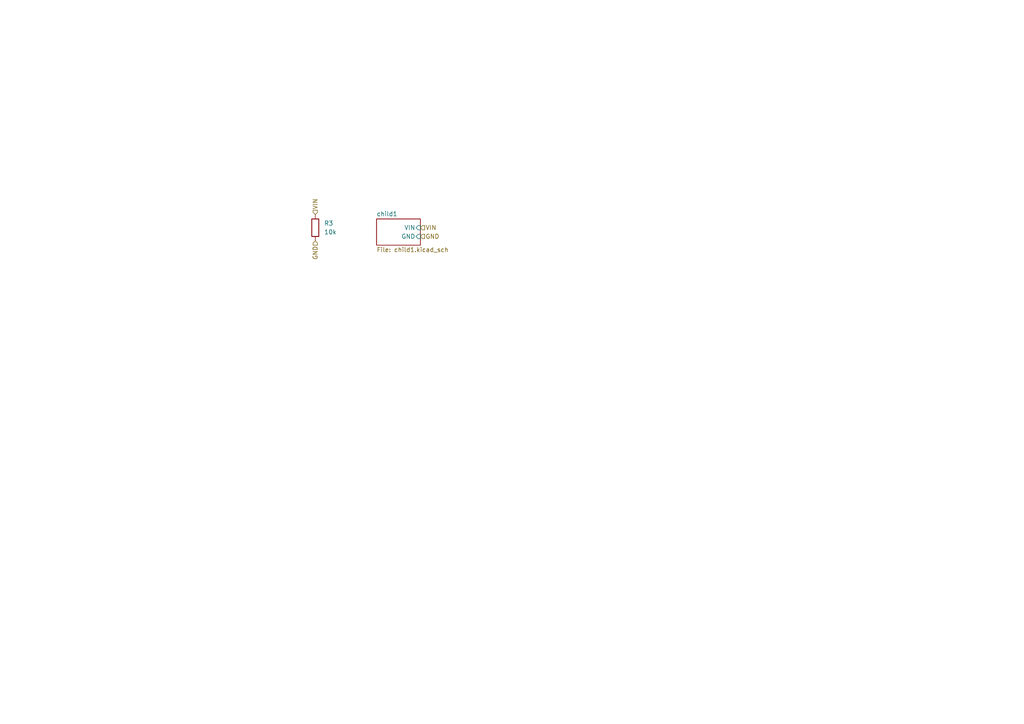
<source format=kicad_sch>
(kicad_sch (version 20250114) (generator "eeschema") (generator_version "9.0")
  (paper "A4")
  (lib_symbols
    (symbol "Device:R" (pin_numbers (hide yes)) (pin_names (offset 0.254))
      (property "Reference" "{'value': 'R', 'position': {'x': 2.032, 'y': 0.0, 'rotation': 90.0}, 'effects': {'font_size': [1.27, 1.27]}}" (at 0 0 0))
      (property "Value" "{'value': 'R', 'position': {'x': 0.0, 'y': 0.0, 'rotation': 90.0}, 'effects': {'font_size': [1.27, 1.27]}}" (at 0 0 0))
      (symbol "R_0_1"
        (rectangle (start -1.016 -2.54) (end 1.016 2.54) (stroke (width 0.254)))
      )
      (symbol "R_1_1"
        (pin passive line (at 0 3.81 270) (length 1.27) (name "~") (number "1"))
        (pin passive line (at 0 -3.81 90) (length 1.27) (name "~") (number "2"))
      )
    )
  )
  (hierarchical_label "GND" (shape input) (at 121.92 68.58 0))
  (hierarchical_label "VIN" (shape input) (at 121.92 66.04 0))
  (hierarchical_label "GND" (shape input) (at 91.44 69.85 270))
  (hierarchical_label "VIN" (shape input) (at 91.44 62.23 90))
  (symbol (lib_id "Device:R") (at 91.44 66.04 0) (unit 1)
    (property "Reference" "R3" (at 93.98 64.77 0) (effects (justify left)))
    (property "Value" "10k" (at 93.98 67.31 0) (effects (justify left)))
    (property "Footprint" "Resistor_SMD:R_0603_1608Metric" (effects (hide yes)))
  )
  (sheet (at 109.22 63.5) (size 12.7 7.62) (stroke (width 0.1524))
    (property "Sheetname" "child1" (at 109.22 62.7884 0) (effects (justify left bottom)))
    (property "Sheetfile" "child1.kicad_sch" (at 109.22 71.7046 0) (effects (justify left top)))
    (pin "GND" input (at 121.92 68.58 0))
    (pin "VIN" input (at 121.92 66.04 0))
  )
)
</source>
